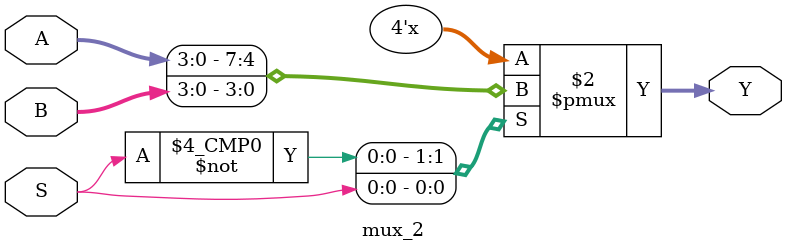
<source format=sv>
module select_adder (
	input  [15:0] A, B,
	input         cin,
	output [15:0] S,
	output        cout
);

    /* TODO
     *
     * Insert code here to implement a CSA adder.
     * Your code should be completly combinational (don't use always_ff or always_latch).
     * Feel free to create sub-modules or other files. */
	  
	  logic c4, c8, c12;
	  
	  //First 4 bits
	  CRA_4bit add1(.A(A[3:0]), .B(B[3:0]), .c_in(cin), .S(S[3:0]), .c_out(c4));
	  
	  addr_mux am1(.A(A[7:4]), .B(B[7:4]), .c_select(c4), .S(S[7:4]), .Cout(c8));
	  
	  addr_mux am2(.A(A[11:8]), .B(B[11:8]), .c_select(c8), .S(S[11:8]), .Cout(c12));
	  
	  addr_mux am3(.A(A[15:12]), .B(B[15:12]), .c_select(c12), .S(S[15:12]), .Cout(cout));
	  
	  

endmodule

//Module incldues 2 adders with hardcoded Cin and a 4 bit 2:1 mux

module addr_mux(
	input [3:0] A, B,
	input c_select,
	output [3:0] S,
	output Cout

);
	logic c_temp0, c_temp1;
	logic [3:0] input0, input1;
	
	CRA_4bit if0(.A(A[3:0]), .B(B[3:0]), .c_in(1'b0), .S(input0[3:0]), .c_out(c_temp0));
	
	CRA_4bit if1(.A(A[3:0]), .B(B[3:0]), .c_in(1'b1), .S(input1[3:0]), .c_out(c_temp1));
	
	always_comb begin
			Cout = (c_temp0)|(c_temp1 & c_select);
	end
	
	
	mux_2 selector(.A(input0[3:0]), .B(input1[3:0]), .S(c_select), .Y(S[3:0]));
	
	


endmodule


module mux_2 (

		input [3:0] A, B, 
		input S,
		output logic [3:0] Y

);

	always_comb begin
			case (S)
				1'b0 : Y = A;
				1'b1 : Y = B;
				default : Y = 4'b0000;
			endcase
			end
	
endmodule
</source>
